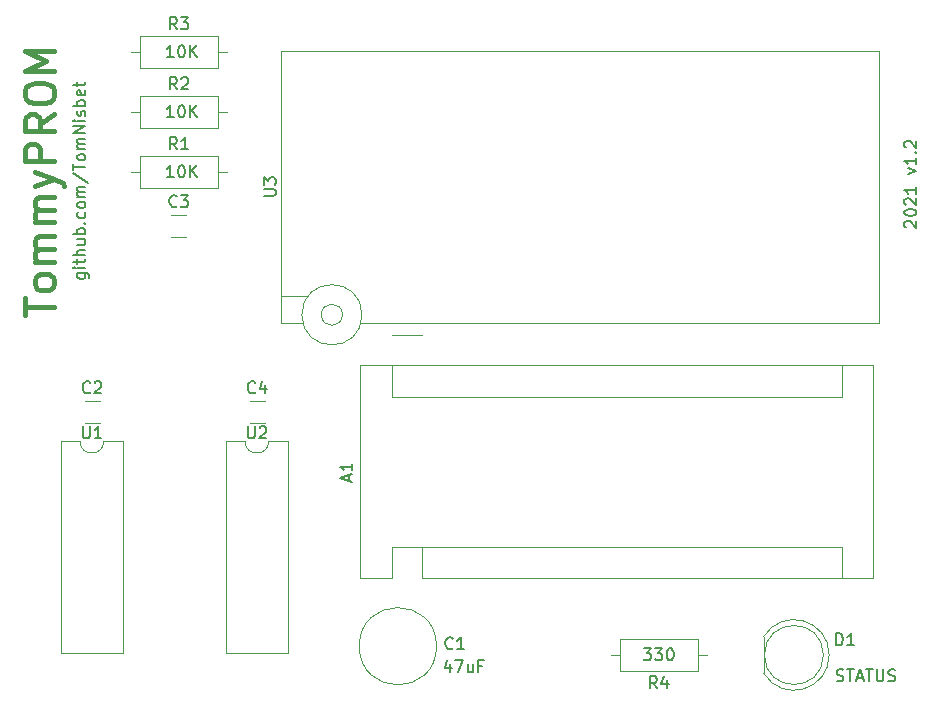
<source format=gto>
G04 #@! TF.GenerationSoftware,KiCad,Pcbnew,(5.1.9)-1*
G04 #@! TF.CreationDate,2021-05-07T14:06:33-04:00*
G04 #@! TF.ProjectId,TommyPROM-schematics,546f6d6d-7950-4524-9f4d-2d736368656d,rev?*
G04 #@! TF.SameCoordinates,Original*
G04 #@! TF.FileFunction,Legend,Top*
G04 #@! TF.FilePolarity,Positive*
%FSLAX46Y46*%
G04 Gerber Fmt 4.6, Leading zero omitted, Abs format (unit mm)*
G04 Created by KiCad (PCBNEW (5.1.9)-1) date 2021-05-07 14:06:33*
%MOMM*%
%LPD*%
G01*
G04 APERTURE LIST*
%ADD10C,0.150000*%
%ADD11C,0.400000*%
%ADD12C,0.120000*%
%ADD13C,1.701600*%
%ADD14O,1.701600X1.701600*%
%ADD15O,1.541600X2.101600*%
%ADD16C,1.901600*%
G04 APERTURE END LIST*
D10*
X154789333Y-124245714D02*
X154789333Y-124912380D01*
X154551238Y-123864761D02*
X154313142Y-124579047D01*
X154932190Y-124579047D01*
X155217904Y-123912380D02*
X155884571Y-123912380D01*
X155456000Y-124912380D01*
X156694095Y-124245714D02*
X156694095Y-124912380D01*
X156265523Y-124245714D02*
X156265523Y-124769523D01*
X156313142Y-124864761D01*
X156408380Y-124912380D01*
X156551238Y-124912380D01*
X156646476Y-124864761D01*
X156694095Y-124817142D01*
X157503619Y-124388571D02*
X157170285Y-124388571D01*
X157170285Y-124912380D02*
X157170285Y-123912380D01*
X157646476Y-123912380D01*
X171180285Y-122896380D02*
X171799333Y-122896380D01*
X171466000Y-123277333D01*
X171608857Y-123277333D01*
X171704095Y-123324952D01*
X171751714Y-123372571D01*
X171799333Y-123467809D01*
X171799333Y-123705904D01*
X171751714Y-123801142D01*
X171704095Y-123848761D01*
X171608857Y-123896380D01*
X171323142Y-123896380D01*
X171227904Y-123848761D01*
X171180285Y-123801142D01*
X172132666Y-122896380D02*
X172751714Y-122896380D01*
X172418380Y-123277333D01*
X172561238Y-123277333D01*
X172656476Y-123324952D01*
X172704095Y-123372571D01*
X172751714Y-123467809D01*
X172751714Y-123705904D01*
X172704095Y-123801142D01*
X172656476Y-123848761D01*
X172561238Y-123896380D01*
X172275523Y-123896380D01*
X172180285Y-123848761D01*
X172132666Y-123801142D01*
X173370761Y-122896380D02*
X173466000Y-122896380D01*
X173561238Y-122944000D01*
X173608857Y-122991619D01*
X173656476Y-123086857D01*
X173704095Y-123277333D01*
X173704095Y-123515428D01*
X173656476Y-123705904D01*
X173608857Y-123801142D01*
X173561238Y-123848761D01*
X173466000Y-123896380D01*
X173370761Y-123896380D01*
X173275523Y-123848761D01*
X173227904Y-123801142D01*
X173180285Y-123705904D01*
X173132666Y-123515428D01*
X173132666Y-123277333D01*
X173180285Y-123086857D01*
X173227904Y-122991619D01*
X173275523Y-122944000D01*
X173370761Y-122896380D01*
X131389523Y-83002380D02*
X130818095Y-83002380D01*
X131103809Y-83002380D02*
X131103809Y-82002380D01*
X131008571Y-82145238D01*
X130913333Y-82240476D01*
X130818095Y-82288095D01*
X132008571Y-82002380D02*
X132103809Y-82002380D01*
X132199047Y-82050000D01*
X132246666Y-82097619D01*
X132294285Y-82192857D01*
X132341904Y-82383333D01*
X132341904Y-82621428D01*
X132294285Y-82811904D01*
X132246666Y-82907142D01*
X132199047Y-82954761D01*
X132103809Y-83002380D01*
X132008571Y-83002380D01*
X131913333Y-82954761D01*
X131865714Y-82907142D01*
X131818095Y-82811904D01*
X131770476Y-82621428D01*
X131770476Y-82383333D01*
X131818095Y-82192857D01*
X131865714Y-82097619D01*
X131913333Y-82050000D01*
X132008571Y-82002380D01*
X132770476Y-83002380D02*
X132770476Y-82002380D01*
X133341904Y-83002380D02*
X132913333Y-82430952D01*
X133341904Y-82002380D02*
X132770476Y-82573809D01*
X131389523Y-77922380D02*
X130818095Y-77922380D01*
X131103809Y-77922380D02*
X131103809Y-76922380D01*
X131008571Y-77065238D01*
X130913333Y-77160476D01*
X130818095Y-77208095D01*
X132008571Y-76922380D02*
X132103809Y-76922380D01*
X132199047Y-76970000D01*
X132246666Y-77017619D01*
X132294285Y-77112857D01*
X132341904Y-77303333D01*
X132341904Y-77541428D01*
X132294285Y-77731904D01*
X132246666Y-77827142D01*
X132199047Y-77874761D01*
X132103809Y-77922380D01*
X132008571Y-77922380D01*
X131913333Y-77874761D01*
X131865714Y-77827142D01*
X131818095Y-77731904D01*
X131770476Y-77541428D01*
X131770476Y-77303333D01*
X131818095Y-77112857D01*
X131865714Y-77017619D01*
X131913333Y-76970000D01*
X132008571Y-76922380D01*
X132770476Y-77922380D02*
X132770476Y-76922380D01*
X133341904Y-77922380D02*
X132913333Y-77350952D01*
X133341904Y-76922380D02*
X132770476Y-77493809D01*
X131389523Y-72842380D02*
X130818095Y-72842380D01*
X131103809Y-72842380D02*
X131103809Y-71842380D01*
X131008571Y-71985238D01*
X130913333Y-72080476D01*
X130818095Y-72128095D01*
X132008571Y-71842380D02*
X132103809Y-71842380D01*
X132199047Y-71890000D01*
X132246666Y-71937619D01*
X132294285Y-72032857D01*
X132341904Y-72223333D01*
X132341904Y-72461428D01*
X132294285Y-72651904D01*
X132246666Y-72747142D01*
X132199047Y-72794761D01*
X132103809Y-72842380D01*
X132008571Y-72842380D01*
X131913333Y-72794761D01*
X131865714Y-72747142D01*
X131818095Y-72651904D01*
X131770476Y-72461428D01*
X131770476Y-72223333D01*
X131818095Y-72032857D01*
X131865714Y-71937619D01*
X131913333Y-71890000D01*
X132008571Y-71842380D01*
X132770476Y-72842380D02*
X132770476Y-71842380D01*
X133341904Y-72842380D02*
X132913333Y-72270952D01*
X133341904Y-71842380D02*
X132770476Y-72413809D01*
X187515809Y-125626761D02*
X187658666Y-125674380D01*
X187896761Y-125674380D01*
X187992000Y-125626761D01*
X188039619Y-125579142D01*
X188087238Y-125483904D01*
X188087238Y-125388666D01*
X188039619Y-125293428D01*
X187992000Y-125245809D01*
X187896761Y-125198190D01*
X187706285Y-125150571D01*
X187611047Y-125102952D01*
X187563428Y-125055333D01*
X187515809Y-124960095D01*
X187515809Y-124864857D01*
X187563428Y-124769619D01*
X187611047Y-124722000D01*
X187706285Y-124674380D01*
X187944380Y-124674380D01*
X188087238Y-124722000D01*
X188372952Y-124674380D02*
X188944380Y-124674380D01*
X188658666Y-125674380D02*
X188658666Y-124674380D01*
X189230095Y-125388666D02*
X189706285Y-125388666D01*
X189134857Y-125674380D02*
X189468190Y-124674380D01*
X189801523Y-125674380D01*
X189992000Y-124674380D02*
X190563428Y-124674380D01*
X190277714Y-125674380D02*
X190277714Y-124674380D01*
X190896761Y-124674380D02*
X190896761Y-125483904D01*
X190944380Y-125579142D01*
X190992000Y-125626761D01*
X191087238Y-125674380D01*
X191277714Y-125674380D01*
X191372952Y-125626761D01*
X191420571Y-125579142D01*
X191468190Y-125483904D01*
X191468190Y-124674380D01*
X191896761Y-125626761D02*
X192039619Y-125674380D01*
X192277714Y-125674380D01*
X192372952Y-125626761D01*
X192420571Y-125579142D01*
X192468190Y-125483904D01*
X192468190Y-125388666D01*
X192420571Y-125293428D01*
X192372952Y-125245809D01*
X192277714Y-125198190D01*
X192087238Y-125150571D01*
X191992000Y-125102952D01*
X191944380Y-125055333D01*
X191896761Y-124960095D01*
X191896761Y-124864857D01*
X191944380Y-124769619D01*
X191992000Y-124722000D01*
X192087238Y-124674380D01*
X192325333Y-124674380D01*
X192468190Y-124722000D01*
X123229714Y-91121523D02*
X124039238Y-91121523D01*
X124134476Y-91169142D01*
X124182095Y-91216761D01*
X124229714Y-91312000D01*
X124229714Y-91454857D01*
X124182095Y-91550095D01*
X123848761Y-91121523D02*
X123896380Y-91216761D01*
X123896380Y-91407238D01*
X123848761Y-91502476D01*
X123801142Y-91550095D01*
X123705904Y-91597714D01*
X123420190Y-91597714D01*
X123324952Y-91550095D01*
X123277333Y-91502476D01*
X123229714Y-91407238D01*
X123229714Y-91216761D01*
X123277333Y-91121523D01*
X123896380Y-90645333D02*
X123229714Y-90645333D01*
X122896380Y-90645333D02*
X122944000Y-90692952D01*
X122991619Y-90645333D01*
X122944000Y-90597714D01*
X122896380Y-90645333D01*
X122991619Y-90645333D01*
X123229714Y-90312000D02*
X123229714Y-89931047D01*
X122896380Y-90169142D02*
X123753523Y-90169142D01*
X123848761Y-90121523D01*
X123896380Y-90026285D01*
X123896380Y-89931047D01*
X123896380Y-89597714D02*
X122896380Y-89597714D01*
X123896380Y-89169142D02*
X123372571Y-89169142D01*
X123277333Y-89216761D01*
X123229714Y-89312000D01*
X123229714Y-89454857D01*
X123277333Y-89550095D01*
X123324952Y-89597714D01*
X123229714Y-88264380D02*
X123896380Y-88264380D01*
X123229714Y-88692952D02*
X123753523Y-88692952D01*
X123848761Y-88645333D01*
X123896380Y-88550095D01*
X123896380Y-88407238D01*
X123848761Y-88312000D01*
X123801142Y-88264380D01*
X123896380Y-87788190D02*
X122896380Y-87788190D01*
X123277333Y-87788190D02*
X123229714Y-87692952D01*
X123229714Y-87502476D01*
X123277333Y-87407238D01*
X123324952Y-87359619D01*
X123420190Y-87312000D01*
X123705904Y-87312000D01*
X123801142Y-87359619D01*
X123848761Y-87407238D01*
X123896380Y-87502476D01*
X123896380Y-87692952D01*
X123848761Y-87788190D01*
X123801142Y-86883428D02*
X123848761Y-86835809D01*
X123896380Y-86883428D01*
X123848761Y-86931047D01*
X123801142Y-86883428D01*
X123896380Y-86883428D01*
X123848761Y-85978666D02*
X123896380Y-86073904D01*
X123896380Y-86264380D01*
X123848761Y-86359619D01*
X123801142Y-86407238D01*
X123705904Y-86454857D01*
X123420190Y-86454857D01*
X123324952Y-86407238D01*
X123277333Y-86359619D01*
X123229714Y-86264380D01*
X123229714Y-86073904D01*
X123277333Y-85978666D01*
X123896380Y-85407238D02*
X123848761Y-85502476D01*
X123801142Y-85550095D01*
X123705904Y-85597714D01*
X123420190Y-85597714D01*
X123324952Y-85550095D01*
X123277333Y-85502476D01*
X123229714Y-85407238D01*
X123229714Y-85264380D01*
X123277333Y-85169142D01*
X123324952Y-85121523D01*
X123420190Y-85073904D01*
X123705904Y-85073904D01*
X123801142Y-85121523D01*
X123848761Y-85169142D01*
X123896380Y-85264380D01*
X123896380Y-85407238D01*
X123896380Y-84645333D02*
X123229714Y-84645333D01*
X123324952Y-84645333D02*
X123277333Y-84597714D01*
X123229714Y-84502476D01*
X123229714Y-84359619D01*
X123277333Y-84264380D01*
X123372571Y-84216761D01*
X123896380Y-84216761D01*
X123372571Y-84216761D02*
X123277333Y-84169142D01*
X123229714Y-84073904D01*
X123229714Y-83931047D01*
X123277333Y-83835809D01*
X123372571Y-83788190D01*
X123896380Y-83788190D01*
X122848761Y-82597714D02*
X124134476Y-83454857D01*
X122896380Y-82407238D02*
X122896380Y-81835809D01*
X123896380Y-82121523D02*
X122896380Y-82121523D01*
X123896380Y-81359619D02*
X123848761Y-81454857D01*
X123801142Y-81502476D01*
X123705904Y-81550095D01*
X123420190Y-81550095D01*
X123324952Y-81502476D01*
X123277333Y-81454857D01*
X123229714Y-81359619D01*
X123229714Y-81216761D01*
X123277333Y-81121523D01*
X123324952Y-81073904D01*
X123420190Y-81026285D01*
X123705904Y-81026285D01*
X123801142Y-81073904D01*
X123848761Y-81121523D01*
X123896380Y-81216761D01*
X123896380Y-81359619D01*
X123896380Y-80597714D02*
X123229714Y-80597714D01*
X123324952Y-80597714D02*
X123277333Y-80550095D01*
X123229714Y-80454857D01*
X123229714Y-80312000D01*
X123277333Y-80216761D01*
X123372571Y-80169142D01*
X123896380Y-80169142D01*
X123372571Y-80169142D02*
X123277333Y-80121523D01*
X123229714Y-80026285D01*
X123229714Y-79883428D01*
X123277333Y-79788190D01*
X123372571Y-79740571D01*
X123896380Y-79740571D01*
X123896380Y-79264380D02*
X122896380Y-79264380D01*
X123896380Y-78692952D01*
X122896380Y-78692952D01*
X123896380Y-78216761D02*
X123229714Y-78216761D01*
X122896380Y-78216761D02*
X122944000Y-78264380D01*
X122991619Y-78216761D01*
X122944000Y-78169142D01*
X122896380Y-78216761D01*
X122991619Y-78216761D01*
X123848761Y-77788190D02*
X123896380Y-77692952D01*
X123896380Y-77502476D01*
X123848761Y-77407238D01*
X123753523Y-77359619D01*
X123705904Y-77359619D01*
X123610666Y-77407238D01*
X123563047Y-77502476D01*
X123563047Y-77645333D01*
X123515428Y-77740571D01*
X123420190Y-77788190D01*
X123372571Y-77788190D01*
X123277333Y-77740571D01*
X123229714Y-77645333D01*
X123229714Y-77502476D01*
X123277333Y-77407238D01*
X123896380Y-76931047D02*
X122896380Y-76931047D01*
X123277333Y-76931047D02*
X123229714Y-76835809D01*
X123229714Y-76645333D01*
X123277333Y-76550095D01*
X123324952Y-76502476D01*
X123420190Y-76454857D01*
X123705904Y-76454857D01*
X123801142Y-76502476D01*
X123848761Y-76550095D01*
X123896380Y-76645333D01*
X123896380Y-76835809D01*
X123848761Y-76931047D01*
X123848761Y-75645333D02*
X123896380Y-75740571D01*
X123896380Y-75931047D01*
X123848761Y-76026285D01*
X123753523Y-76073904D01*
X123372571Y-76073904D01*
X123277333Y-76026285D01*
X123229714Y-75931047D01*
X123229714Y-75740571D01*
X123277333Y-75645333D01*
X123372571Y-75597714D01*
X123467809Y-75597714D01*
X123563047Y-76073904D01*
X123229714Y-75312000D02*
X123229714Y-74931047D01*
X122896380Y-75169142D02*
X123753523Y-75169142D01*
X123848761Y-75121523D01*
X123896380Y-75026285D01*
X123896380Y-74931047D01*
X193349619Y-87232666D02*
X193302000Y-87185047D01*
X193254380Y-87089809D01*
X193254380Y-86851714D01*
X193302000Y-86756476D01*
X193349619Y-86708857D01*
X193444857Y-86661238D01*
X193540095Y-86661238D01*
X193682952Y-86708857D01*
X194254380Y-87280285D01*
X194254380Y-86661238D01*
X193254380Y-86042190D02*
X193254380Y-85946952D01*
X193302000Y-85851714D01*
X193349619Y-85804095D01*
X193444857Y-85756476D01*
X193635333Y-85708857D01*
X193873428Y-85708857D01*
X194063904Y-85756476D01*
X194159142Y-85804095D01*
X194206761Y-85851714D01*
X194254380Y-85946952D01*
X194254380Y-86042190D01*
X194206761Y-86137428D01*
X194159142Y-86185047D01*
X194063904Y-86232666D01*
X193873428Y-86280285D01*
X193635333Y-86280285D01*
X193444857Y-86232666D01*
X193349619Y-86185047D01*
X193302000Y-86137428D01*
X193254380Y-86042190D01*
X193349619Y-85327904D02*
X193302000Y-85280285D01*
X193254380Y-85185047D01*
X193254380Y-84946952D01*
X193302000Y-84851714D01*
X193349619Y-84804095D01*
X193444857Y-84756476D01*
X193540095Y-84756476D01*
X193682952Y-84804095D01*
X194254380Y-85375523D01*
X194254380Y-84756476D01*
X194254380Y-83804095D02*
X194254380Y-84375523D01*
X194254380Y-84089809D02*
X193254380Y-84089809D01*
X193397238Y-84185047D01*
X193492476Y-84280285D01*
X193540095Y-84375523D01*
X193587714Y-82708857D02*
X194254380Y-82470761D01*
X193587714Y-82232666D01*
X194254380Y-81327904D02*
X194254380Y-81899333D01*
X194254380Y-81613619D02*
X193254380Y-81613619D01*
X193397238Y-81708857D01*
X193492476Y-81804095D01*
X193540095Y-81899333D01*
X194159142Y-80899333D02*
X194206761Y-80851714D01*
X194254380Y-80899333D01*
X194206761Y-80946952D01*
X194159142Y-80899333D01*
X194254380Y-80899333D01*
X193349619Y-80470761D02*
X193302000Y-80423142D01*
X193254380Y-80327904D01*
X193254380Y-80089809D01*
X193302000Y-79994571D01*
X193349619Y-79946952D01*
X193444857Y-79899333D01*
X193540095Y-79899333D01*
X193682952Y-79946952D01*
X194254380Y-80518380D01*
X194254380Y-79899333D01*
D11*
X118772952Y-94681047D02*
X118772952Y-93252476D01*
X121272952Y-93966761D02*
X118772952Y-93966761D01*
X121272952Y-92062000D02*
X121153904Y-92300095D01*
X121034857Y-92419142D01*
X120796761Y-92538190D01*
X120082476Y-92538190D01*
X119844380Y-92419142D01*
X119725333Y-92300095D01*
X119606285Y-92062000D01*
X119606285Y-91704857D01*
X119725333Y-91466761D01*
X119844380Y-91347714D01*
X120082476Y-91228666D01*
X120796761Y-91228666D01*
X121034857Y-91347714D01*
X121153904Y-91466761D01*
X121272952Y-91704857D01*
X121272952Y-92062000D01*
X121272952Y-90157238D02*
X119606285Y-90157238D01*
X119844380Y-90157238D02*
X119725333Y-90038190D01*
X119606285Y-89800095D01*
X119606285Y-89442952D01*
X119725333Y-89204857D01*
X119963428Y-89085809D01*
X121272952Y-89085809D01*
X119963428Y-89085809D02*
X119725333Y-88966761D01*
X119606285Y-88728666D01*
X119606285Y-88371523D01*
X119725333Y-88133428D01*
X119963428Y-88014380D01*
X121272952Y-88014380D01*
X121272952Y-86823904D02*
X119606285Y-86823904D01*
X119844380Y-86823904D02*
X119725333Y-86704857D01*
X119606285Y-86466761D01*
X119606285Y-86109619D01*
X119725333Y-85871523D01*
X119963428Y-85752476D01*
X121272952Y-85752476D01*
X119963428Y-85752476D02*
X119725333Y-85633428D01*
X119606285Y-85395333D01*
X119606285Y-85038190D01*
X119725333Y-84800095D01*
X119963428Y-84681047D01*
X121272952Y-84681047D01*
X119606285Y-83728666D02*
X121272952Y-83133428D01*
X119606285Y-82538190D02*
X121272952Y-83133428D01*
X121868190Y-83371523D01*
X121987238Y-83490571D01*
X122106285Y-83728666D01*
X121272952Y-81585809D02*
X118772952Y-81585809D01*
X118772952Y-80633428D01*
X118892000Y-80395333D01*
X119011047Y-80276285D01*
X119249142Y-80157238D01*
X119606285Y-80157238D01*
X119844380Y-80276285D01*
X119963428Y-80395333D01*
X120082476Y-80633428D01*
X120082476Y-81585809D01*
X121272952Y-77657238D02*
X120082476Y-78490571D01*
X121272952Y-79085809D02*
X118772952Y-79085809D01*
X118772952Y-78133428D01*
X118892000Y-77895333D01*
X119011047Y-77776285D01*
X119249142Y-77657238D01*
X119606285Y-77657238D01*
X119844380Y-77776285D01*
X119963428Y-77895333D01*
X120082476Y-78133428D01*
X120082476Y-79085809D01*
X118772952Y-76109619D02*
X118772952Y-75633428D01*
X118892000Y-75395333D01*
X119130095Y-75157238D01*
X119606285Y-75038190D01*
X120439619Y-75038190D01*
X120915809Y-75157238D01*
X121153904Y-75395333D01*
X121272952Y-75633428D01*
X121272952Y-76109619D01*
X121153904Y-76347714D01*
X120915809Y-76585809D01*
X120439619Y-76704857D01*
X119606285Y-76704857D01*
X119130095Y-76585809D01*
X118892000Y-76347714D01*
X118772952Y-76109619D01*
X121272952Y-73966761D02*
X118772952Y-73966761D01*
X120558666Y-73133428D01*
X118772952Y-72300095D01*
X121272952Y-72300095D01*
D12*
X153638000Y-122702000D02*
G75*
G03*
X153638000Y-122702000I-3270000J0D01*
G01*
X175736000Y-124814000D02*
X175736000Y-122074000D01*
X175736000Y-122074000D02*
X169196000Y-122074000D01*
X169196000Y-122074000D02*
X169196000Y-124814000D01*
X169196000Y-124814000D02*
X175736000Y-124814000D01*
X176506000Y-123444000D02*
X175736000Y-123444000D01*
X168426000Y-123444000D02*
X169196000Y-123444000D01*
X128556000Y-71020000D02*
X128556000Y-73760000D01*
X128556000Y-73760000D02*
X135096000Y-73760000D01*
X135096000Y-73760000D02*
X135096000Y-71020000D01*
X135096000Y-71020000D02*
X128556000Y-71020000D01*
X127786000Y-72390000D02*
X128556000Y-72390000D01*
X135866000Y-72390000D02*
X135096000Y-72390000D01*
X128556000Y-76100000D02*
X128556000Y-78840000D01*
X128556000Y-78840000D02*
X135096000Y-78840000D01*
X135096000Y-78840000D02*
X135096000Y-76100000D01*
X135096000Y-76100000D02*
X128556000Y-76100000D01*
X127786000Y-77470000D02*
X128556000Y-77470000D01*
X135866000Y-77470000D02*
X135096000Y-77470000D01*
X128556000Y-81180000D02*
X128556000Y-83920000D01*
X128556000Y-83920000D02*
X135096000Y-83920000D01*
X135096000Y-83920000D02*
X135096000Y-81180000D01*
X135096000Y-81180000D02*
X128556000Y-81180000D01*
X127786000Y-82550000D02*
X128556000Y-82550000D01*
X135866000Y-82550000D02*
X135096000Y-82550000D01*
X125109000Y-103790000D02*
X123851000Y-103790000D01*
X125109000Y-101950000D02*
X123851000Y-101950000D01*
X139079000Y-103790000D02*
X137821000Y-103790000D01*
X139079000Y-101950000D02*
X137821000Y-101950000D01*
X131177000Y-86202000D02*
X132435000Y-86202000D01*
X131177000Y-88042000D02*
X132435000Y-88042000D01*
X147330000Y-94640000D02*
G75*
G03*
X147330000Y-94640000I-2550000J0D01*
G01*
X145680000Y-94640000D02*
G75*
G03*
X145680000Y-94640000I-900000J0D01*
G01*
X147230000Y-95370000D02*
X191070000Y-95370000D01*
X191070000Y-95370000D02*
X191070000Y-72270000D01*
X191070000Y-72270000D02*
X140470000Y-72270000D01*
X140470000Y-72270000D02*
X140470000Y-95370000D01*
X140470000Y-95370000D02*
X142330000Y-95370000D01*
X140470000Y-93090000D02*
X142730000Y-93090000D01*
X152400000Y-96390000D02*
X149860000Y-96390000D01*
X137430000Y-105350000D02*
X135780000Y-105350000D01*
X135780000Y-105350000D02*
X135780000Y-123250000D01*
X135780000Y-123250000D02*
X141080000Y-123250000D01*
X141080000Y-123250000D02*
X141080000Y-105350000D01*
X141080000Y-105350000D02*
X139430000Y-105350000D01*
X139430000Y-105350000D02*
G75*
G02*
X137430000Y-105350000I-1000000J0D01*
G01*
X123460000Y-105350000D02*
X121810000Y-105350000D01*
X121810000Y-105350000D02*
X121810000Y-123250000D01*
X121810000Y-123250000D02*
X127110000Y-123250000D01*
X127110000Y-123250000D02*
X127110000Y-105350000D01*
X127110000Y-105350000D02*
X125460000Y-105350000D01*
X125460000Y-105350000D02*
G75*
G02*
X123460000Y-105350000I-1000000J0D01*
G01*
X186396000Y-123444000D02*
G75*
G03*
X186396000Y-123444000I-2500000J0D01*
G01*
X181336000Y-121899000D02*
X181336000Y-124989000D01*
X186886000Y-123443538D02*
G75*
G02*
X181336000Y-124988830I-2990000J-462D01*
G01*
X186886000Y-123444462D02*
G75*
G03*
X181336000Y-121899170I-2990000J462D01*
G01*
X152400000Y-114300000D02*
X149860000Y-114300000D01*
X149860000Y-114300000D02*
X149860000Y-116970000D01*
X152400000Y-116970000D02*
X190630000Y-116970000D01*
X147190000Y-116970000D02*
X149860000Y-116970000D01*
X149860000Y-101600000D02*
X149860000Y-98930000D01*
X149860000Y-101600000D02*
X187960000Y-101600000D01*
X187960000Y-101600000D02*
X187960000Y-98930000D01*
X152400000Y-114300000D02*
X152400000Y-116970000D01*
X152400000Y-114300000D02*
X187960000Y-114300000D01*
X187960000Y-114300000D02*
X187960000Y-116970000D01*
X190630000Y-116970000D02*
X190630000Y-98930000D01*
X190630000Y-98930000D02*
X147190000Y-98930000D01*
X147190000Y-98930000D02*
X147190000Y-116970000D01*
D10*
X155007333Y-122865142D02*
X154959714Y-122912761D01*
X154816857Y-122960380D01*
X154721619Y-122960380D01*
X154578761Y-122912761D01*
X154483523Y-122817523D01*
X154435904Y-122722285D01*
X154388285Y-122531809D01*
X154388285Y-122388952D01*
X154435904Y-122198476D01*
X154483523Y-122103238D01*
X154578761Y-122008000D01*
X154721619Y-121960380D01*
X154816857Y-121960380D01*
X154959714Y-122008000D01*
X155007333Y-122055619D01*
X155959714Y-122960380D02*
X155388285Y-122960380D01*
X155674000Y-122960380D02*
X155674000Y-121960380D01*
X155578761Y-122103238D01*
X155483523Y-122198476D01*
X155388285Y-122246095D01*
X172299333Y-126266380D02*
X171966000Y-125790190D01*
X171727904Y-126266380D02*
X171727904Y-125266380D01*
X172108857Y-125266380D01*
X172204095Y-125314000D01*
X172251714Y-125361619D01*
X172299333Y-125456857D01*
X172299333Y-125599714D01*
X172251714Y-125694952D01*
X172204095Y-125742571D01*
X172108857Y-125790190D01*
X171727904Y-125790190D01*
X173156476Y-125599714D02*
X173156476Y-126266380D01*
X172918380Y-125218761D02*
X172680285Y-125933047D01*
X173299333Y-125933047D01*
X131659333Y-70472380D02*
X131326000Y-69996190D01*
X131087904Y-70472380D02*
X131087904Y-69472380D01*
X131468857Y-69472380D01*
X131564095Y-69520000D01*
X131611714Y-69567619D01*
X131659333Y-69662857D01*
X131659333Y-69805714D01*
X131611714Y-69900952D01*
X131564095Y-69948571D01*
X131468857Y-69996190D01*
X131087904Y-69996190D01*
X131992666Y-69472380D02*
X132611714Y-69472380D01*
X132278380Y-69853333D01*
X132421238Y-69853333D01*
X132516476Y-69900952D01*
X132564095Y-69948571D01*
X132611714Y-70043809D01*
X132611714Y-70281904D01*
X132564095Y-70377142D01*
X132516476Y-70424761D01*
X132421238Y-70472380D01*
X132135523Y-70472380D01*
X132040285Y-70424761D01*
X131992666Y-70377142D01*
X131659333Y-75552380D02*
X131326000Y-75076190D01*
X131087904Y-75552380D02*
X131087904Y-74552380D01*
X131468857Y-74552380D01*
X131564095Y-74600000D01*
X131611714Y-74647619D01*
X131659333Y-74742857D01*
X131659333Y-74885714D01*
X131611714Y-74980952D01*
X131564095Y-75028571D01*
X131468857Y-75076190D01*
X131087904Y-75076190D01*
X132040285Y-74647619D02*
X132087904Y-74600000D01*
X132183142Y-74552380D01*
X132421238Y-74552380D01*
X132516476Y-74600000D01*
X132564095Y-74647619D01*
X132611714Y-74742857D01*
X132611714Y-74838095D01*
X132564095Y-74980952D01*
X131992666Y-75552380D01*
X132611714Y-75552380D01*
X131659333Y-80632380D02*
X131326000Y-80156190D01*
X131087904Y-80632380D02*
X131087904Y-79632380D01*
X131468857Y-79632380D01*
X131564095Y-79680000D01*
X131611714Y-79727619D01*
X131659333Y-79822857D01*
X131659333Y-79965714D01*
X131611714Y-80060952D01*
X131564095Y-80108571D01*
X131468857Y-80156190D01*
X131087904Y-80156190D01*
X132611714Y-80632380D02*
X132040285Y-80632380D01*
X132326000Y-80632380D02*
X132326000Y-79632380D01*
X132230761Y-79775238D01*
X132135523Y-79870476D01*
X132040285Y-79918095D01*
X124313333Y-101195142D02*
X124265714Y-101242761D01*
X124122857Y-101290380D01*
X124027619Y-101290380D01*
X123884761Y-101242761D01*
X123789523Y-101147523D01*
X123741904Y-101052285D01*
X123694285Y-100861809D01*
X123694285Y-100718952D01*
X123741904Y-100528476D01*
X123789523Y-100433238D01*
X123884761Y-100338000D01*
X124027619Y-100290380D01*
X124122857Y-100290380D01*
X124265714Y-100338000D01*
X124313333Y-100385619D01*
X124694285Y-100385619D02*
X124741904Y-100338000D01*
X124837142Y-100290380D01*
X125075238Y-100290380D01*
X125170476Y-100338000D01*
X125218095Y-100385619D01*
X125265714Y-100480857D01*
X125265714Y-100576095D01*
X125218095Y-100718952D01*
X124646666Y-101290380D01*
X125265714Y-101290380D01*
X138283333Y-101195142D02*
X138235714Y-101242761D01*
X138092857Y-101290380D01*
X137997619Y-101290380D01*
X137854761Y-101242761D01*
X137759523Y-101147523D01*
X137711904Y-101052285D01*
X137664285Y-100861809D01*
X137664285Y-100718952D01*
X137711904Y-100528476D01*
X137759523Y-100433238D01*
X137854761Y-100338000D01*
X137997619Y-100290380D01*
X138092857Y-100290380D01*
X138235714Y-100338000D01*
X138283333Y-100385619D01*
X139140476Y-100623714D02*
X139140476Y-101290380D01*
X138902380Y-100242761D02*
X138664285Y-100957047D01*
X139283333Y-100957047D01*
X131639333Y-85429142D02*
X131591714Y-85476761D01*
X131448857Y-85524380D01*
X131353619Y-85524380D01*
X131210761Y-85476761D01*
X131115523Y-85381523D01*
X131067904Y-85286285D01*
X131020285Y-85095809D01*
X131020285Y-84952952D01*
X131067904Y-84762476D01*
X131115523Y-84667238D01*
X131210761Y-84572000D01*
X131353619Y-84524380D01*
X131448857Y-84524380D01*
X131591714Y-84572000D01*
X131639333Y-84619619D01*
X131972666Y-84524380D02*
X132591714Y-84524380D01*
X132258380Y-84905333D01*
X132401238Y-84905333D01*
X132496476Y-84952952D01*
X132544095Y-85000571D01*
X132591714Y-85095809D01*
X132591714Y-85333904D01*
X132544095Y-85429142D01*
X132496476Y-85476761D01*
X132401238Y-85524380D01*
X132115523Y-85524380D01*
X132020285Y-85476761D01*
X131972666Y-85429142D01*
X139022380Y-84581904D02*
X139831904Y-84581904D01*
X139927142Y-84534285D01*
X139974761Y-84486666D01*
X140022380Y-84391428D01*
X140022380Y-84200952D01*
X139974761Y-84105714D01*
X139927142Y-84058095D01*
X139831904Y-84010476D01*
X139022380Y-84010476D01*
X139022380Y-83629523D02*
X139022380Y-83010476D01*
X139403333Y-83343809D01*
X139403333Y-83200952D01*
X139450952Y-83105714D01*
X139498571Y-83058095D01*
X139593809Y-83010476D01*
X139831904Y-83010476D01*
X139927142Y-83058095D01*
X139974761Y-83105714D01*
X140022380Y-83200952D01*
X140022380Y-83486666D01*
X139974761Y-83581904D01*
X139927142Y-83629523D01*
X137668095Y-104100380D02*
X137668095Y-104909904D01*
X137715714Y-105005142D01*
X137763333Y-105052761D01*
X137858571Y-105100380D01*
X138049047Y-105100380D01*
X138144285Y-105052761D01*
X138191904Y-105005142D01*
X138239523Y-104909904D01*
X138239523Y-104100380D01*
X138668095Y-104195619D02*
X138715714Y-104148000D01*
X138810952Y-104100380D01*
X139049047Y-104100380D01*
X139144285Y-104148000D01*
X139191904Y-104195619D01*
X139239523Y-104290857D01*
X139239523Y-104386095D01*
X139191904Y-104528952D01*
X138620476Y-105100380D01*
X139239523Y-105100380D01*
X123698095Y-104100380D02*
X123698095Y-104909904D01*
X123745714Y-105005142D01*
X123793333Y-105052761D01*
X123888571Y-105100380D01*
X124079047Y-105100380D01*
X124174285Y-105052761D01*
X124221904Y-105005142D01*
X124269523Y-104909904D01*
X124269523Y-104100380D01*
X125269523Y-105100380D02*
X124698095Y-105100380D01*
X124983809Y-105100380D02*
X124983809Y-104100380D01*
X124888571Y-104243238D01*
X124793333Y-104338476D01*
X124698095Y-104386095D01*
X187475904Y-122626380D02*
X187475904Y-121626380D01*
X187714000Y-121626380D01*
X187856857Y-121674000D01*
X187952095Y-121769238D01*
X187999714Y-121864476D01*
X188047333Y-122054952D01*
X188047333Y-122197809D01*
X187999714Y-122388285D01*
X187952095Y-122483523D01*
X187856857Y-122578761D01*
X187714000Y-122626380D01*
X187475904Y-122626380D01*
X188999714Y-122626380D02*
X188428285Y-122626380D01*
X188714000Y-122626380D02*
X188714000Y-121626380D01*
X188618761Y-121769238D01*
X188523523Y-121864476D01*
X188428285Y-121912095D01*
X146216666Y-108664285D02*
X146216666Y-108188095D01*
X146502380Y-108759523D02*
X145502380Y-108426190D01*
X146502380Y-108092857D01*
X146502380Y-107235714D02*
X146502380Y-107807142D01*
X146502380Y-107521428D02*
X145502380Y-107521428D01*
X145645238Y-107616666D01*
X145740476Y-107711904D01*
X145788095Y-107807142D01*
%LPC*%
D13*
X150368000Y-121452000D03*
X150368000Y-123952000D03*
D14*
X167386000Y-123444000D03*
D13*
X177546000Y-123444000D03*
D14*
X136906000Y-72390000D03*
D13*
X126746000Y-72390000D03*
D14*
X136906000Y-77470000D03*
D13*
X126746000Y-77470000D03*
D14*
X136906000Y-82550000D03*
D13*
X126746000Y-82550000D03*
X123230000Y-102870000D03*
X125730000Y-102870000D03*
X137200000Y-102870000D03*
X139700000Y-102870000D03*
X133056000Y-87122000D03*
X130556000Y-87122000D03*
D15*
X184150000Y-76200000D03*
X184150000Y-91440000D03*
X181610000Y-76200000D03*
X181610000Y-91440000D03*
X179070000Y-76200000D03*
X179070000Y-91440000D03*
X176530000Y-76200000D03*
X176530000Y-91440000D03*
X173990000Y-76200000D03*
X173990000Y-91440000D03*
X171450000Y-76200000D03*
X171450000Y-91440000D03*
X168910000Y-76200000D03*
X168910000Y-91440000D03*
X166370000Y-76200000D03*
X166370000Y-91440000D03*
X163830000Y-76200000D03*
X163830000Y-91440000D03*
X161290000Y-76200000D03*
X161290000Y-91440000D03*
X158750000Y-76200000D03*
X158750000Y-91440000D03*
X156210000Y-76200000D03*
X156210000Y-91440000D03*
X153670000Y-76200000D03*
X153670000Y-91440000D03*
X151130000Y-76200000D03*
G36*
G01*
X151850001Y-92490800D02*
X150409999Y-92490800D01*
G75*
G02*
X150359200Y-92440001I0J50799D01*
G01*
X150359200Y-90439999D01*
G75*
G02*
X150409999Y-90389200I50799J0D01*
G01*
X151850001Y-90389200D01*
G75*
G02*
X151900800Y-90439999I0J-50799D01*
G01*
X151900800Y-92440001D01*
G75*
G02*
X151850001Y-92490800I-50799J0D01*
G01*
G37*
D14*
X142240000Y-106680000D03*
X134620000Y-121920000D03*
X142240000Y-109220000D03*
X134620000Y-119380000D03*
X142240000Y-111760000D03*
X134620000Y-116840000D03*
X142240000Y-114300000D03*
X134620000Y-114300000D03*
X142240000Y-116840000D03*
X134620000Y-111760000D03*
X142240000Y-119380000D03*
X134620000Y-109220000D03*
X142240000Y-121920000D03*
G36*
G01*
X133769200Y-107480000D02*
X133769200Y-105880000D01*
G75*
G02*
X133820000Y-105829200I50800J0D01*
G01*
X135420000Y-105829200D01*
G75*
G02*
X135470800Y-105880000I0J-50800D01*
G01*
X135470800Y-107480000D01*
G75*
G02*
X135420000Y-107530800I-50800J0D01*
G01*
X133820000Y-107530800D01*
G75*
G02*
X133769200Y-107480000I0J50800D01*
G01*
G37*
X128270000Y-106680000D03*
X120650000Y-121920000D03*
X128270000Y-109220000D03*
X120650000Y-119380000D03*
X128270000Y-111760000D03*
X120650000Y-116840000D03*
X128270000Y-114300000D03*
X120650000Y-114300000D03*
X128270000Y-116840000D03*
X120650000Y-111760000D03*
X128270000Y-119380000D03*
X120650000Y-109220000D03*
X128270000Y-121920000D03*
G36*
G01*
X119799200Y-107480000D02*
X119799200Y-105880000D01*
G75*
G02*
X119850000Y-105829200I50800J0D01*
G01*
X121450000Y-105829200D01*
G75*
G02*
X121500800Y-105880000I0J-50800D01*
G01*
X121500800Y-107480000D01*
G75*
G02*
X121450000Y-107530800I-50800J0D01*
G01*
X119850000Y-107530800D01*
G75*
G02*
X119799200Y-107480000I0J50800D01*
G01*
G37*
D16*
X185166000Y-123444000D03*
G36*
G01*
X181675200Y-124344000D02*
X181675200Y-122544000D01*
G75*
G02*
X181726000Y-122493200I50800J0D01*
G01*
X183526000Y-122493200D01*
G75*
G02*
X183576800Y-122544000I0J-50800D01*
G01*
X183576800Y-124344000D01*
G75*
G02*
X183526000Y-124394800I-50800J0D01*
G01*
X181726000Y-124394800D01*
G75*
G02*
X181675200Y-124344000I0J50800D01*
G01*
G37*
D14*
X186690000Y-100330000D03*
X186690000Y-115570000D03*
X151130000Y-100330000D03*
X184150000Y-115570000D03*
X153670000Y-100330000D03*
X181610000Y-115570000D03*
X156210000Y-100330000D03*
X179070000Y-115570000D03*
X158750000Y-100330000D03*
X176530000Y-115570000D03*
X161290000Y-100330000D03*
X173990000Y-115570000D03*
X163830000Y-100330000D03*
X171450000Y-115570000D03*
X166370000Y-100330000D03*
X168910000Y-115570000D03*
X168910000Y-100330000D03*
X166370000Y-115570000D03*
X171450000Y-100330000D03*
X163830000Y-115570000D03*
X173990000Y-100330000D03*
X161290000Y-115570000D03*
X176530000Y-100330000D03*
X158750000Y-115570000D03*
X179070000Y-100330000D03*
X156210000Y-115570000D03*
X181610000Y-100330000D03*
X153670000Y-115570000D03*
X184150000Y-100330000D03*
G36*
G01*
X151930000Y-116420800D02*
X150330000Y-116420800D01*
G75*
G02*
X150279200Y-116370000I0J50800D01*
G01*
X150279200Y-114770000D01*
G75*
G02*
X150330000Y-114719200I50800J0D01*
G01*
X151930000Y-114719200D01*
G75*
G02*
X151980800Y-114770000I0J-50800D01*
G01*
X151980800Y-116370000D01*
G75*
G02*
X151930000Y-116420800I-50800J0D01*
G01*
G37*
M02*

</source>
